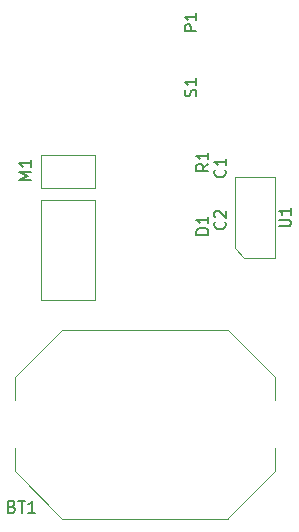
<source format=gbr>
%TF.GenerationSoftware,KiCad,Pcbnew,(6.99.0-1656-g034b57d9c0)*%
%TF.CreationDate,2022-05-27T10:29:39-07:00*%
%TF.ProjectId,GymTimer,47796d54-696d-4657-922e-6b696361645f,rev?*%
%TF.SameCoordinates,Original*%
%TF.FileFunction,Legend,Top*%
%TF.FilePolarity,Positive*%
%FSLAX46Y46*%
G04 Gerber Fmt 4.6, Leading zero omitted, Abs format (unit mm)*
G04 Created by KiCad (PCBNEW (6.99.0-1656-g034b57d9c0)) date 2022-05-27 10:29:39*
%MOMM*%
%LPD*%
G01*
G04 APERTURE LIST*
%ADD10C,0.150000*%
%ADD11C,0.120000*%
G04 APERTURE END LIST*
D10*
%TO.C,C1*%
X114722142Y-92666666D02*
X114769761Y-92714285D01*
X114769761Y-92714285D02*
X114817380Y-92857142D01*
X114817380Y-92857142D02*
X114817380Y-92952380D01*
X114817380Y-92952380D02*
X114769761Y-93095237D01*
X114769761Y-93095237D02*
X114674523Y-93190475D01*
X114674523Y-93190475D02*
X114579285Y-93238094D01*
X114579285Y-93238094D02*
X114388809Y-93285713D01*
X114388809Y-93285713D02*
X114245952Y-93285713D01*
X114245952Y-93285713D02*
X114055476Y-93238094D01*
X114055476Y-93238094D02*
X113960238Y-93190475D01*
X113960238Y-93190475D02*
X113865000Y-93095237D01*
X113865000Y-93095237D02*
X113817380Y-92952380D01*
X113817380Y-92952380D02*
X113817380Y-92857142D01*
X113817380Y-92857142D02*
X113865000Y-92714285D01*
X113865000Y-92714285D02*
X113912619Y-92666666D01*
X114817380Y-91714285D02*
X114817380Y-92285713D01*
X114817380Y-91999999D02*
X113817380Y-91999999D01*
X113817380Y-91999999D02*
X113960238Y-92095237D01*
X113960238Y-92095237D02*
X114055476Y-92190475D01*
X114055476Y-92190475D02*
X114103095Y-92285713D01*
%TO.C,R1*%
X113317380Y-92166666D02*
X112841190Y-92499999D01*
X113317380Y-92738094D02*
X112317380Y-92738094D01*
X112317380Y-92738094D02*
X112317380Y-92357142D01*
X112317380Y-92357142D02*
X112365000Y-92261904D01*
X112365000Y-92261904D02*
X112412619Y-92214285D01*
X112412619Y-92214285D02*
X112507857Y-92166666D01*
X112507857Y-92166666D02*
X112650714Y-92166666D01*
X112650714Y-92166666D02*
X112745952Y-92214285D01*
X112745952Y-92214285D02*
X112793571Y-92261904D01*
X112793571Y-92261904D02*
X112841190Y-92357142D01*
X112841190Y-92357142D02*
X112841190Y-92738094D01*
X113317380Y-91214285D02*
X113317380Y-91785713D01*
X113317380Y-91499999D02*
X112317380Y-91499999D01*
X112317380Y-91499999D02*
X112460238Y-91595237D01*
X112460238Y-91595237D02*
X112555476Y-91690475D01*
X112555476Y-91690475D02*
X112603095Y-91785713D01*
%TO.C,C2*%
X114722142Y-97076666D02*
X114769761Y-97124285D01*
X114769761Y-97124285D02*
X114817380Y-97267142D01*
X114817380Y-97267142D02*
X114817380Y-97362380D01*
X114817380Y-97362380D02*
X114769761Y-97505237D01*
X114769761Y-97505237D02*
X114674523Y-97600475D01*
X114674523Y-97600475D02*
X114579285Y-97648094D01*
X114579285Y-97648094D02*
X114388809Y-97695713D01*
X114388809Y-97695713D02*
X114245952Y-97695713D01*
X114245952Y-97695713D02*
X114055476Y-97648094D01*
X114055476Y-97648094D02*
X113960238Y-97600475D01*
X113960238Y-97600475D02*
X113865000Y-97505237D01*
X113865000Y-97505237D02*
X113817380Y-97362380D01*
X113817380Y-97362380D02*
X113817380Y-97267142D01*
X113817380Y-97267142D02*
X113865000Y-97124285D01*
X113865000Y-97124285D02*
X113912619Y-97076666D01*
X113912619Y-96695713D02*
X113865000Y-96648094D01*
X113865000Y-96648094D02*
X113817380Y-96552856D01*
X113817380Y-96552856D02*
X113817380Y-96314761D01*
X113817380Y-96314761D02*
X113865000Y-96219523D01*
X113865000Y-96219523D02*
X113912619Y-96171904D01*
X113912619Y-96171904D02*
X114007857Y-96124285D01*
X114007857Y-96124285D02*
X114103095Y-96124285D01*
X114103095Y-96124285D02*
X114245952Y-96171904D01*
X114245952Y-96171904D02*
X114817380Y-96743332D01*
X114817380Y-96743332D02*
X114817380Y-96124285D01*
%TO.C,M1*%
X98317380Y-93509523D02*
X97317380Y-93509523D01*
X97317380Y-93509523D02*
X98031666Y-93176190D01*
X98031666Y-93176190D02*
X97317380Y-92842857D01*
X97317380Y-92842857D02*
X98317380Y-92842857D01*
X98317380Y-91842857D02*
X98317380Y-92414285D01*
X98317380Y-92128571D02*
X97317380Y-92128571D01*
X97317380Y-92128571D02*
X97460238Y-92223809D01*
X97460238Y-92223809D02*
X97555476Y-92319047D01*
X97555476Y-92319047D02*
X97603095Y-92414285D01*
%TO.C,U1*%
X119317380Y-97461904D02*
X120126904Y-97461904D01*
X120126904Y-97461904D02*
X120222142Y-97414285D01*
X120222142Y-97414285D02*
X120269761Y-97366666D01*
X120269761Y-97366666D02*
X120317380Y-97271428D01*
X120317380Y-97271428D02*
X120317380Y-97080952D01*
X120317380Y-97080952D02*
X120269761Y-96985714D01*
X120269761Y-96985714D02*
X120222142Y-96938095D01*
X120222142Y-96938095D02*
X120126904Y-96890476D01*
X120126904Y-96890476D02*
X119317380Y-96890476D01*
X120317380Y-95890476D02*
X120317380Y-96461904D01*
X120317380Y-96176190D02*
X119317380Y-96176190D01*
X119317380Y-96176190D02*
X119460238Y-96271428D01*
X119460238Y-96271428D02*
X119555476Y-96366666D01*
X119555476Y-96366666D02*
X119603095Y-96461904D01*
%TO.C,S1*%
X112269761Y-86461904D02*
X112317380Y-86319047D01*
X112317380Y-86319047D02*
X112317380Y-86080952D01*
X112317380Y-86080952D02*
X112269761Y-85985714D01*
X112269761Y-85985714D02*
X112222142Y-85938095D01*
X112222142Y-85938095D02*
X112126904Y-85890476D01*
X112126904Y-85890476D02*
X112031666Y-85890476D01*
X112031666Y-85890476D02*
X111936428Y-85938095D01*
X111936428Y-85938095D02*
X111888809Y-85985714D01*
X111888809Y-85985714D02*
X111841190Y-86080952D01*
X111841190Y-86080952D02*
X111793571Y-86271428D01*
X111793571Y-86271428D02*
X111745952Y-86366666D01*
X111745952Y-86366666D02*
X111698333Y-86414285D01*
X111698333Y-86414285D02*
X111603095Y-86461904D01*
X111603095Y-86461904D02*
X111507857Y-86461904D01*
X111507857Y-86461904D02*
X111412619Y-86414285D01*
X111412619Y-86414285D02*
X111365000Y-86366666D01*
X111365000Y-86366666D02*
X111317380Y-86271428D01*
X111317380Y-86271428D02*
X111317380Y-86033333D01*
X111317380Y-86033333D02*
X111365000Y-85890476D01*
X112317380Y-84938095D02*
X112317380Y-85509523D01*
X112317380Y-85223809D02*
X111317380Y-85223809D01*
X111317380Y-85223809D02*
X111460238Y-85319047D01*
X111460238Y-85319047D02*
X111555476Y-85414285D01*
X111555476Y-85414285D02*
X111603095Y-85509523D01*
%TO.C,P1*%
X112317380Y-80938094D02*
X111317380Y-80938094D01*
X111317380Y-80938094D02*
X111317380Y-80557142D01*
X111317380Y-80557142D02*
X111365000Y-80461904D01*
X111365000Y-80461904D02*
X111412619Y-80414285D01*
X111412619Y-80414285D02*
X111507857Y-80366666D01*
X111507857Y-80366666D02*
X111650714Y-80366666D01*
X111650714Y-80366666D02*
X111745952Y-80414285D01*
X111745952Y-80414285D02*
X111793571Y-80461904D01*
X111793571Y-80461904D02*
X111841190Y-80557142D01*
X111841190Y-80557142D02*
X111841190Y-80938094D01*
X112317380Y-79414285D02*
X112317380Y-79985713D01*
X112317380Y-79699999D02*
X111317380Y-79699999D01*
X111317380Y-79699999D02*
X111460238Y-79795237D01*
X111460238Y-79795237D02*
X111555476Y-79890475D01*
X111555476Y-79890475D02*
X111603095Y-79985713D01*
%TO.C,BT1*%
X96698840Y-121178663D02*
X96841697Y-121226282D01*
X96841697Y-121226282D02*
X96889316Y-121273901D01*
X96889316Y-121273901D02*
X96936935Y-121369139D01*
X96936935Y-121369139D02*
X96936935Y-121511996D01*
X96936935Y-121511996D02*
X96889316Y-121607234D01*
X96889316Y-121607234D02*
X96841697Y-121654853D01*
X96841697Y-121654853D02*
X96746459Y-121702472D01*
X96746459Y-121702472D02*
X96365507Y-121702472D01*
X96365507Y-121702472D02*
X96365507Y-120702472D01*
X96365507Y-120702472D02*
X96698840Y-120702472D01*
X96698840Y-120702472D02*
X96794078Y-120750092D01*
X96794078Y-120750092D02*
X96841697Y-120797711D01*
X96841697Y-120797711D02*
X96889316Y-120892949D01*
X96889316Y-120892949D02*
X96889316Y-120988187D01*
X96889316Y-120988187D02*
X96841697Y-121083425D01*
X96841697Y-121083425D02*
X96794078Y-121131044D01*
X96794078Y-121131044D02*
X96698840Y-121178663D01*
X96698840Y-121178663D02*
X96365507Y-121178663D01*
X97222650Y-120702472D02*
X97794078Y-120702472D01*
X97508364Y-121702472D02*
X97508364Y-120702472D01*
X98651221Y-121702472D02*
X98079793Y-121702472D01*
X98365507Y-121702472D02*
X98365507Y-120702472D01*
X98365507Y-120702472D02*
X98270269Y-120845330D01*
X98270269Y-120845330D02*
X98175031Y-120940568D01*
X98175031Y-120940568D02*
X98079793Y-120988187D01*
%TO.C,D1*%
X113317380Y-98148094D02*
X112317380Y-98148094D01*
X112317380Y-98148094D02*
X112317380Y-97909999D01*
X112317380Y-97909999D02*
X112365000Y-97767142D01*
X112365000Y-97767142D02*
X112460238Y-97671904D01*
X112460238Y-97671904D02*
X112555476Y-97624285D01*
X112555476Y-97624285D02*
X112745952Y-97576666D01*
X112745952Y-97576666D02*
X112888809Y-97576666D01*
X112888809Y-97576666D02*
X113079285Y-97624285D01*
X113079285Y-97624285D02*
X113174523Y-97671904D01*
X113174523Y-97671904D02*
X113269761Y-97767142D01*
X113269761Y-97767142D02*
X113317380Y-97909999D01*
X113317380Y-97909999D02*
X113317380Y-98148094D01*
X113317380Y-96624285D02*
X113317380Y-97195713D01*
X113317380Y-96909999D02*
X112317380Y-96909999D01*
X112317380Y-96909999D02*
X112460238Y-97005237D01*
X112460238Y-97005237D02*
X112555476Y-97100475D01*
X112555476Y-97100475D02*
X112603095Y-97195713D01*
D11*
%TO.C,M1*%
X99150000Y-91400000D02*
X103750000Y-91400000D01*
X103750000Y-91400000D02*
X103750000Y-94200000D01*
X103750000Y-94200000D02*
X99150000Y-94200000D01*
X99150000Y-94200000D02*
X99150000Y-91400000D01*
X99150000Y-95200000D02*
X103750000Y-95200000D01*
X103750000Y-95200000D02*
X103750000Y-103700000D01*
X103750000Y-103700000D02*
X99150000Y-103700000D01*
X99150000Y-103700000D02*
X99150000Y-95200000D01*
%TO.C,U1*%
X116375000Y-100125000D02*
X115575000Y-99325000D01*
X118975000Y-100125000D02*
X116375000Y-100125000D01*
X115575000Y-99325000D02*
X115575000Y-93275000D01*
X115575000Y-93275000D02*
X118975000Y-93275000D01*
X118975000Y-93275000D02*
X118975000Y-100125000D01*
%TO.C,BT1*%
X96932241Y-110200735D02*
X100932241Y-106200735D01*
X96950000Y-110200000D02*
X96950000Y-112200000D01*
X96950000Y-118200000D02*
X96950000Y-116200000D01*
X96973924Y-118201406D02*
X100973924Y-122201406D01*
X114950000Y-106200000D02*
X100950000Y-106200000D01*
X114950000Y-106200000D02*
X118950000Y-110200000D01*
X114950000Y-122200000D02*
X100950000Y-122200000D01*
X114951406Y-122176076D02*
X118951406Y-118176076D01*
X118950000Y-110200000D02*
X118950000Y-112200000D01*
X118950000Y-118200000D02*
X118950000Y-116200000D01*
%TD*%
M02*

</source>
